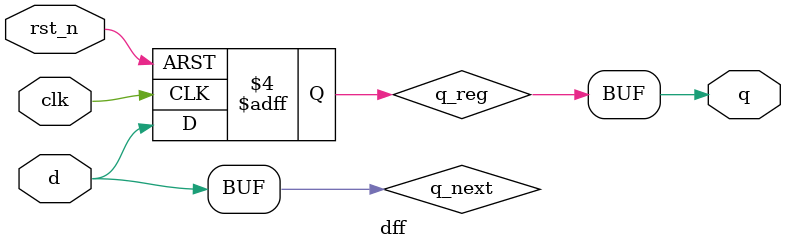
<source format=v>
module dff(
    input clk,
    input rst_n,
    input d,
    output q
);

reg q_next, q_reg;
assign q = q_reg;

always @(posedge clk, negedge rst_n) begin
    if( !rst_n ) begin
        q_reg <= 1'b0;    
    end
    else begin
        q_reg <= q_next;
    end
end
always@(d) begin
    q_next = d;
end
endmodule
</source>
